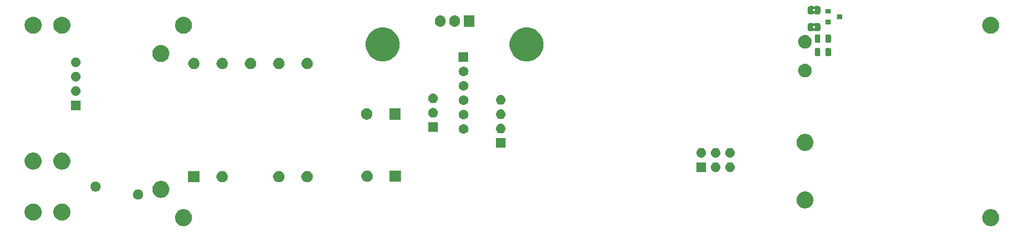
<source format=gbs>
G04 #@! TF.GenerationSoftware,KiCad,Pcbnew,5.0.2-bee76a0~70~ubuntu18.04.1*
G04 #@! TF.CreationDate,2019-01-24T05:23:48+01:00*
G04 #@! TF.ProjectId,radiador,72616469-6164-46f7-922e-6b696361645f,rev?*
G04 #@! TF.SameCoordinates,Original*
G04 #@! TF.FileFunction,Soldermask,Bot*
G04 #@! TF.FilePolarity,Negative*
%FSLAX46Y46*%
G04 Gerber Fmt 4.6, Leading zero omitted, Abs format (unit mm)*
G04 Created by KiCad (PCBNEW 5.0.2-bee76a0~70~ubuntu18.04.1) date jue 24 ene 2019 05:23:48 CET*
%MOMM*%
%LPD*%
G01*
G04 APERTURE LIST*
%ADD10C,0.100000*%
G04 APERTURE END LIST*
D10*
G36*
X196840935Y-56538429D02*
X196937534Y-56557644D01*
X197210517Y-56670717D01*
X197452920Y-56832687D01*
X197456197Y-56834876D01*
X197665124Y-57043803D01*
X197665126Y-57043806D01*
X197829283Y-57289483D01*
X197942356Y-57562466D01*
X198000000Y-57852263D01*
X198000000Y-58147737D01*
X197942356Y-58437534D01*
X197916482Y-58500000D01*
X197829284Y-58710515D01*
X197665124Y-58956197D01*
X197456197Y-59165124D01*
X197456194Y-59165126D01*
X197210517Y-59329283D01*
X196937534Y-59442356D01*
X196840935Y-59461571D01*
X196647739Y-59500000D01*
X196352261Y-59500000D01*
X196159065Y-59461571D01*
X196062466Y-59442356D01*
X195789483Y-59329283D01*
X195543806Y-59165126D01*
X195543803Y-59165124D01*
X195334876Y-58956197D01*
X195170716Y-58710515D01*
X195083518Y-58500000D01*
X195057644Y-58437534D01*
X195000000Y-58147737D01*
X195000000Y-57852263D01*
X195057644Y-57562466D01*
X195170717Y-57289483D01*
X195334874Y-57043806D01*
X195334876Y-57043803D01*
X195543803Y-56834876D01*
X195547080Y-56832687D01*
X195789483Y-56670717D01*
X196062466Y-56557644D01*
X196159065Y-56538429D01*
X196352261Y-56500000D01*
X196647739Y-56500000D01*
X196840935Y-56538429D01*
X196840935Y-56538429D01*
G37*
G36*
X54340935Y-56538429D02*
X54437534Y-56557644D01*
X54710517Y-56670717D01*
X54952920Y-56832687D01*
X54956197Y-56834876D01*
X55165124Y-57043803D01*
X55165126Y-57043806D01*
X55329283Y-57289483D01*
X55442356Y-57562466D01*
X55500000Y-57852263D01*
X55500000Y-58147737D01*
X55442356Y-58437534D01*
X55416482Y-58500000D01*
X55329284Y-58710515D01*
X55165124Y-58956197D01*
X54956197Y-59165124D01*
X54956194Y-59165126D01*
X54710517Y-59329283D01*
X54437534Y-59442356D01*
X54340935Y-59461571D01*
X54147739Y-59500000D01*
X53852261Y-59500000D01*
X53659065Y-59461571D01*
X53562466Y-59442356D01*
X53289483Y-59329283D01*
X53043806Y-59165126D01*
X53043803Y-59165124D01*
X52834876Y-58956197D01*
X52670716Y-58710515D01*
X52583518Y-58500000D01*
X52557644Y-58437534D01*
X52500000Y-58147737D01*
X52500000Y-57852263D01*
X52557644Y-57562466D01*
X52670717Y-57289483D01*
X52834874Y-57043806D01*
X52834876Y-57043803D01*
X53043803Y-56834876D01*
X53047080Y-56832687D01*
X53289483Y-56670717D01*
X53562466Y-56557644D01*
X53659065Y-56538429D01*
X53852261Y-56500000D01*
X54147739Y-56500000D01*
X54340935Y-56538429D01*
X54340935Y-56538429D01*
G37*
G36*
X27800935Y-55538429D02*
X27897534Y-55557644D01*
X28170517Y-55670717D01*
X28394224Y-55820194D01*
X28416197Y-55834876D01*
X28625124Y-56043803D01*
X28625126Y-56043806D01*
X28789283Y-56289483D01*
X28902356Y-56562466D01*
X28960000Y-56852263D01*
X28960000Y-57147737D01*
X28902356Y-57437534D01*
X28850607Y-57562467D01*
X28789284Y-57710515D01*
X28625124Y-57956197D01*
X28416197Y-58165124D01*
X28416194Y-58165126D01*
X28170517Y-58329283D01*
X27897534Y-58442356D01*
X27800935Y-58461571D01*
X27607739Y-58500000D01*
X27312261Y-58500000D01*
X27119065Y-58461571D01*
X27022466Y-58442356D01*
X26749483Y-58329283D01*
X26503806Y-58165126D01*
X26503803Y-58165124D01*
X26294876Y-57956197D01*
X26130716Y-57710515D01*
X26069393Y-57562467D01*
X26017644Y-57437534D01*
X25960000Y-57147737D01*
X25960000Y-56852263D01*
X26017644Y-56562466D01*
X26130717Y-56289483D01*
X26294874Y-56043806D01*
X26294876Y-56043803D01*
X26503803Y-55834876D01*
X26525776Y-55820194D01*
X26749483Y-55670717D01*
X27022466Y-55557644D01*
X27119065Y-55538429D01*
X27312261Y-55500000D01*
X27607739Y-55500000D01*
X27800935Y-55538429D01*
X27800935Y-55538429D01*
G37*
G36*
X32880935Y-55538429D02*
X32977534Y-55557644D01*
X33250517Y-55670717D01*
X33474224Y-55820194D01*
X33496197Y-55834876D01*
X33705124Y-56043803D01*
X33705126Y-56043806D01*
X33869283Y-56289483D01*
X33982356Y-56562466D01*
X34040000Y-56852263D01*
X34040000Y-57147737D01*
X33982356Y-57437534D01*
X33930607Y-57562467D01*
X33869284Y-57710515D01*
X33705124Y-57956197D01*
X33496197Y-58165124D01*
X33496194Y-58165126D01*
X33250517Y-58329283D01*
X32977534Y-58442356D01*
X32880935Y-58461571D01*
X32687739Y-58500000D01*
X32392261Y-58500000D01*
X32199065Y-58461571D01*
X32102466Y-58442356D01*
X31829483Y-58329283D01*
X31583806Y-58165126D01*
X31583803Y-58165124D01*
X31374876Y-57956197D01*
X31210716Y-57710515D01*
X31149393Y-57562467D01*
X31097644Y-57437534D01*
X31040000Y-57147737D01*
X31040000Y-56852263D01*
X31097644Y-56562466D01*
X31210717Y-56289483D01*
X31374874Y-56043806D01*
X31374876Y-56043803D01*
X31583803Y-55834876D01*
X31605776Y-55820194D01*
X31829483Y-55670717D01*
X32102466Y-55557644D01*
X32199065Y-55538429D01*
X32392261Y-55500000D01*
X32687739Y-55500000D01*
X32880935Y-55538429D01*
X32880935Y-55538429D01*
G37*
G36*
X164025689Y-53398800D02*
X164140534Y-53421644D01*
X164413517Y-53534717D01*
X164565514Y-53636279D01*
X164659197Y-53698876D01*
X164868124Y-53907803D01*
X164868126Y-53907806D01*
X165032283Y-54153483D01*
X165105102Y-54329283D01*
X165145356Y-54426467D01*
X165199044Y-54696371D01*
X165203000Y-54716263D01*
X165203000Y-55011737D01*
X165145356Y-55301534D01*
X165032283Y-55574517D01*
X164968004Y-55670717D01*
X164868124Y-55820197D01*
X164659197Y-56029124D01*
X164659194Y-56029126D01*
X164413517Y-56193283D01*
X164140534Y-56306356D01*
X164043935Y-56325571D01*
X163850739Y-56364000D01*
X163555261Y-56364000D01*
X163362065Y-56325571D01*
X163265466Y-56306356D01*
X162992483Y-56193283D01*
X162746806Y-56029126D01*
X162746803Y-56029124D01*
X162537876Y-55820197D01*
X162437996Y-55670717D01*
X162373717Y-55574517D01*
X162260644Y-55301534D01*
X162203000Y-55011737D01*
X162203000Y-54716263D01*
X162206957Y-54696371D01*
X162260644Y-54426467D01*
X162300899Y-54329283D01*
X162373717Y-54153483D01*
X162537874Y-53907806D01*
X162537876Y-53907803D01*
X162746803Y-53698876D01*
X162840486Y-53636279D01*
X162992483Y-53534717D01*
X163265466Y-53421644D01*
X163380311Y-53398800D01*
X163555261Y-53364000D01*
X163850739Y-53364000D01*
X164025689Y-53398800D01*
X164025689Y-53398800D01*
G37*
G36*
X46236521Y-53033386D02*
X46400309Y-53101229D01*
X46547720Y-53199726D01*
X46673074Y-53325080D01*
X46771571Y-53472491D01*
X46839414Y-53636279D01*
X46874000Y-53810156D01*
X46874000Y-53987444D01*
X46839414Y-54161321D01*
X46771571Y-54325109D01*
X46673074Y-54472520D01*
X46547720Y-54597874D01*
X46400309Y-54696371D01*
X46236521Y-54764214D01*
X46062644Y-54798800D01*
X45885356Y-54798800D01*
X45711479Y-54764214D01*
X45547691Y-54696371D01*
X45400280Y-54597874D01*
X45274926Y-54472520D01*
X45176429Y-54325109D01*
X45108586Y-54161321D01*
X45074000Y-53987444D01*
X45074000Y-53810156D01*
X45108586Y-53636279D01*
X45176429Y-53472491D01*
X45274926Y-53325080D01*
X45400280Y-53199726D01*
X45547691Y-53101229D01*
X45711479Y-53033386D01*
X45885356Y-52998800D01*
X46062644Y-52998800D01*
X46236521Y-53033386D01*
X46236521Y-53033386D01*
G37*
G36*
X50340935Y-51538429D02*
X50437534Y-51557644D01*
X50561931Y-51609171D01*
X50654708Y-51647600D01*
X50710517Y-51670717D01*
X50952920Y-51832687D01*
X50956197Y-51834876D01*
X51165124Y-52043803D01*
X51165126Y-52043806D01*
X51293734Y-52236280D01*
X51329284Y-52289485D01*
X51442356Y-52562467D01*
X51481911Y-52761320D01*
X51500000Y-52852263D01*
X51500000Y-53147737D01*
X51442356Y-53437534D01*
X51329283Y-53710517D01*
X51197460Y-53907803D01*
X51165124Y-53956197D01*
X50956197Y-54165124D01*
X50956194Y-54165126D01*
X50710517Y-54329283D01*
X50437534Y-54442356D01*
X50340935Y-54461571D01*
X50147739Y-54500000D01*
X49852261Y-54500000D01*
X49659065Y-54461571D01*
X49562466Y-54442356D01*
X49289483Y-54329283D01*
X49043806Y-54165126D01*
X49043803Y-54165124D01*
X48834876Y-53956197D01*
X48802540Y-53907803D01*
X48670717Y-53710517D01*
X48557644Y-53437534D01*
X48500000Y-53147737D01*
X48500000Y-52852263D01*
X48518090Y-52761320D01*
X48557644Y-52562467D01*
X48670716Y-52289485D01*
X48706267Y-52236280D01*
X48834874Y-52043806D01*
X48834876Y-52043803D01*
X49043803Y-51834876D01*
X49047080Y-51832687D01*
X49289483Y-51670717D01*
X49345293Y-51647600D01*
X49438069Y-51609171D01*
X49562466Y-51557644D01*
X49659065Y-51538429D01*
X49852261Y-51500000D01*
X50147739Y-51500000D01*
X50340935Y-51538429D01*
X50340935Y-51538429D01*
G37*
G36*
X38736521Y-51633386D02*
X38900309Y-51701229D01*
X39047720Y-51799726D01*
X39173074Y-51925080D01*
X39271571Y-52072491D01*
X39339414Y-52236279D01*
X39374000Y-52410156D01*
X39374000Y-52587444D01*
X39339414Y-52761321D01*
X39271571Y-52925109D01*
X39173074Y-53072520D01*
X39047720Y-53197874D01*
X38900309Y-53296371D01*
X38736521Y-53364214D01*
X38562644Y-53398800D01*
X38385356Y-53398800D01*
X38211479Y-53364214D01*
X38047691Y-53296371D01*
X37900280Y-53197874D01*
X37774926Y-53072520D01*
X37676429Y-52925109D01*
X37608586Y-52761321D01*
X37574000Y-52587444D01*
X37574000Y-52410156D01*
X37608586Y-52236279D01*
X37676429Y-52072491D01*
X37774926Y-51925080D01*
X37900280Y-51799726D01*
X38047691Y-51701229D01*
X38211479Y-51633386D01*
X38385356Y-51598800D01*
X38562644Y-51598800D01*
X38736521Y-51633386D01*
X38736521Y-51633386D01*
G37*
G36*
X60992270Y-49751872D02*
X61108189Y-49774929D01*
X61290178Y-49850311D01*
X61453963Y-49959749D01*
X61593251Y-50099037D01*
X61702689Y-50262822D01*
X61778071Y-50444811D01*
X61816500Y-50638009D01*
X61816500Y-50834991D01*
X61778071Y-51028189D01*
X61702689Y-51210178D01*
X61593251Y-51373963D01*
X61453963Y-51513251D01*
X61290178Y-51622689D01*
X61108189Y-51698071D01*
X60992270Y-51721128D01*
X60914993Y-51736500D01*
X60718007Y-51736500D01*
X60640730Y-51721128D01*
X60524811Y-51698071D01*
X60342822Y-51622689D01*
X60179037Y-51513251D01*
X60039749Y-51373963D01*
X59930311Y-51210178D01*
X59854929Y-51028189D01*
X59816500Y-50834991D01*
X59816500Y-50638009D01*
X59854929Y-50444811D01*
X59930311Y-50262822D01*
X60039749Y-50099037D01*
X60179037Y-49959749D01*
X60342822Y-49850311D01*
X60524811Y-49774929D01*
X60640730Y-49751872D01*
X60718007Y-49736500D01*
X60914993Y-49736500D01*
X60992270Y-49751872D01*
X60992270Y-49751872D01*
G37*
G36*
X56816500Y-51736500D02*
X54816500Y-51736500D01*
X54816500Y-49736500D01*
X56816500Y-49736500D01*
X56816500Y-51736500D01*
X56816500Y-51736500D01*
G37*
G36*
X70992270Y-49751872D02*
X71108189Y-49774929D01*
X71290178Y-49850311D01*
X71453963Y-49959749D01*
X71593251Y-50099037D01*
X71702689Y-50262822D01*
X71778071Y-50444811D01*
X71816500Y-50638009D01*
X71816500Y-50834991D01*
X71778071Y-51028189D01*
X71702689Y-51210178D01*
X71593251Y-51373963D01*
X71453963Y-51513251D01*
X71290178Y-51622689D01*
X71108189Y-51698071D01*
X70992270Y-51721128D01*
X70914993Y-51736500D01*
X70718007Y-51736500D01*
X70640730Y-51721128D01*
X70524811Y-51698071D01*
X70342822Y-51622689D01*
X70179037Y-51513251D01*
X70039749Y-51373963D01*
X69930311Y-51210178D01*
X69854929Y-51028189D01*
X69816500Y-50834991D01*
X69816500Y-50638009D01*
X69854929Y-50444811D01*
X69930311Y-50262822D01*
X70039749Y-50099037D01*
X70179037Y-49959749D01*
X70342822Y-49850311D01*
X70524811Y-49774929D01*
X70640730Y-49751872D01*
X70718007Y-49736500D01*
X70914993Y-49736500D01*
X70992270Y-49751872D01*
X70992270Y-49751872D01*
G37*
G36*
X75992270Y-49751872D02*
X76108189Y-49774929D01*
X76290178Y-49850311D01*
X76453963Y-49959749D01*
X76593251Y-50099037D01*
X76702689Y-50262822D01*
X76778071Y-50444811D01*
X76816500Y-50638009D01*
X76816500Y-50834991D01*
X76778071Y-51028189D01*
X76702689Y-51210178D01*
X76593251Y-51373963D01*
X76453963Y-51513251D01*
X76290178Y-51622689D01*
X76108189Y-51698071D01*
X75992270Y-51721128D01*
X75914993Y-51736500D01*
X75718007Y-51736500D01*
X75640730Y-51721128D01*
X75524811Y-51698071D01*
X75342822Y-51622689D01*
X75179037Y-51513251D01*
X75039749Y-51373963D01*
X74930311Y-51210178D01*
X74854929Y-51028189D01*
X74816500Y-50834991D01*
X74816500Y-50638009D01*
X74854929Y-50444811D01*
X74930311Y-50262822D01*
X75039749Y-50099037D01*
X75179037Y-49959749D01*
X75342822Y-49850311D01*
X75524811Y-49774929D01*
X75640730Y-49751872D01*
X75718007Y-49736500D01*
X75914993Y-49736500D01*
X75992270Y-49751872D01*
X75992270Y-49751872D01*
G37*
G36*
X92389200Y-51647600D02*
X90389200Y-51647600D01*
X90389200Y-49647600D01*
X92389200Y-49647600D01*
X92389200Y-51647600D01*
X92389200Y-51647600D01*
G37*
G36*
X86564970Y-49662972D02*
X86680889Y-49686029D01*
X86862878Y-49761411D01*
X87026663Y-49870849D01*
X87165951Y-50010137D01*
X87275389Y-50173922D01*
X87350771Y-50355911D01*
X87389200Y-50549109D01*
X87389200Y-50746091D01*
X87350771Y-50939289D01*
X87275389Y-51121278D01*
X87165951Y-51285063D01*
X87026663Y-51424351D01*
X86862878Y-51533789D01*
X86680889Y-51609171D01*
X86564970Y-51632228D01*
X86487693Y-51647600D01*
X86290707Y-51647600D01*
X86213430Y-51632228D01*
X86097511Y-51609171D01*
X85915522Y-51533789D01*
X85751737Y-51424351D01*
X85612449Y-51285063D01*
X85503011Y-51121278D01*
X85427629Y-50939289D01*
X85389200Y-50746091D01*
X85389200Y-50549109D01*
X85427629Y-50355911D01*
X85503011Y-50173922D01*
X85612449Y-50010137D01*
X85751737Y-49870849D01*
X85915522Y-49761411D01*
X86097511Y-49686029D01*
X86213430Y-49662972D01*
X86290707Y-49647600D01*
X86487693Y-49647600D01*
X86564970Y-49662972D01*
X86564970Y-49662972D01*
G37*
G36*
X150636230Y-48235099D02*
X150796455Y-48283703D01*
X150944120Y-48362631D01*
X151073549Y-48468851D01*
X151179769Y-48598280D01*
X151258697Y-48745945D01*
X151307301Y-48906170D01*
X151323712Y-49072800D01*
X151307301Y-49239430D01*
X151258697Y-49399655D01*
X151179769Y-49547320D01*
X151073549Y-49676749D01*
X150944120Y-49782969D01*
X150796455Y-49861897D01*
X150636230Y-49910501D01*
X150511352Y-49922800D01*
X150427848Y-49922800D01*
X150302970Y-49910501D01*
X150142745Y-49861897D01*
X149995080Y-49782969D01*
X149865651Y-49676749D01*
X149759431Y-49547320D01*
X149680503Y-49399655D01*
X149631899Y-49239430D01*
X149615488Y-49072800D01*
X149631899Y-48906170D01*
X149680503Y-48745945D01*
X149759431Y-48598280D01*
X149865651Y-48468851D01*
X149995080Y-48362631D01*
X150142745Y-48283703D01*
X150302970Y-48235099D01*
X150427848Y-48222800D01*
X150511352Y-48222800D01*
X150636230Y-48235099D01*
X150636230Y-48235099D01*
G37*
G36*
X148096230Y-48235099D02*
X148256455Y-48283703D01*
X148404120Y-48362631D01*
X148533549Y-48468851D01*
X148639769Y-48598280D01*
X148718697Y-48745945D01*
X148767301Y-48906170D01*
X148783712Y-49072800D01*
X148767301Y-49239430D01*
X148718697Y-49399655D01*
X148639769Y-49547320D01*
X148533549Y-49676749D01*
X148404120Y-49782969D01*
X148256455Y-49861897D01*
X148096230Y-49910501D01*
X147971352Y-49922800D01*
X147887848Y-49922800D01*
X147762970Y-49910501D01*
X147602745Y-49861897D01*
X147455080Y-49782969D01*
X147325651Y-49676749D01*
X147219431Y-49547320D01*
X147140503Y-49399655D01*
X147091899Y-49239430D01*
X147075488Y-49072800D01*
X147091899Y-48906170D01*
X147140503Y-48745945D01*
X147219431Y-48598280D01*
X147325651Y-48468851D01*
X147455080Y-48362631D01*
X147602745Y-48283703D01*
X147762970Y-48235099D01*
X147887848Y-48222800D01*
X147971352Y-48222800D01*
X148096230Y-48235099D01*
X148096230Y-48235099D01*
G37*
G36*
X146239600Y-49922800D02*
X144539600Y-49922800D01*
X144539600Y-48222800D01*
X146239600Y-48222800D01*
X146239600Y-49922800D01*
X146239600Y-49922800D01*
G37*
G36*
X32880935Y-46538429D02*
X32977534Y-46557644D01*
X33250517Y-46670717D01*
X33492920Y-46832687D01*
X33496197Y-46834876D01*
X33705124Y-47043803D01*
X33705126Y-47043806D01*
X33838203Y-47242968D01*
X33869284Y-47289485D01*
X33982356Y-47562467D01*
X34040000Y-47852261D01*
X34040000Y-48147739D01*
X34012955Y-48283703D01*
X33982356Y-48437534D01*
X33869283Y-48710517D01*
X33738551Y-48906170D01*
X33705124Y-48956197D01*
X33496197Y-49165124D01*
X33496194Y-49165126D01*
X33250517Y-49329283D01*
X32977534Y-49442356D01*
X32880935Y-49461571D01*
X32687739Y-49500000D01*
X32392261Y-49500000D01*
X32199065Y-49461571D01*
X32102466Y-49442356D01*
X31829483Y-49329283D01*
X31583806Y-49165126D01*
X31583803Y-49165124D01*
X31374876Y-48956197D01*
X31341449Y-48906170D01*
X31210717Y-48710517D01*
X31097644Y-48437534D01*
X31067045Y-48283703D01*
X31040000Y-48147739D01*
X31040000Y-47852261D01*
X31097644Y-47562467D01*
X31210716Y-47289485D01*
X31241798Y-47242968D01*
X31374874Y-47043806D01*
X31374876Y-47043803D01*
X31583803Y-46834876D01*
X31587080Y-46832687D01*
X31829483Y-46670717D01*
X32102466Y-46557644D01*
X32199065Y-46538429D01*
X32392261Y-46500000D01*
X32687739Y-46500000D01*
X32880935Y-46538429D01*
X32880935Y-46538429D01*
G37*
G36*
X27800935Y-46538429D02*
X27897534Y-46557644D01*
X28170517Y-46670717D01*
X28412920Y-46832687D01*
X28416197Y-46834876D01*
X28625124Y-47043803D01*
X28625126Y-47043806D01*
X28758203Y-47242968D01*
X28789284Y-47289485D01*
X28902356Y-47562467D01*
X28960000Y-47852261D01*
X28960000Y-48147739D01*
X28932955Y-48283703D01*
X28902356Y-48437534D01*
X28789283Y-48710517D01*
X28658551Y-48906170D01*
X28625124Y-48956197D01*
X28416197Y-49165124D01*
X28416194Y-49165126D01*
X28170517Y-49329283D01*
X27897534Y-49442356D01*
X27800935Y-49461571D01*
X27607739Y-49500000D01*
X27312261Y-49500000D01*
X27119065Y-49461571D01*
X27022466Y-49442356D01*
X26749483Y-49329283D01*
X26503806Y-49165126D01*
X26503803Y-49165124D01*
X26294876Y-48956197D01*
X26261449Y-48906170D01*
X26130717Y-48710517D01*
X26017644Y-48437534D01*
X25987045Y-48283703D01*
X25960000Y-48147739D01*
X25960000Y-47852261D01*
X26017644Y-47562467D01*
X26130716Y-47289485D01*
X26161798Y-47242968D01*
X26294874Y-47043806D01*
X26294876Y-47043803D01*
X26503803Y-46834876D01*
X26507080Y-46832687D01*
X26749483Y-46670717D01*
X27022466Y-46557644D01*
X27119065Y-46538429D01*
X27312261Y-46500000D01*
X27607739Y-46500000D01*
X27800935Y-46538429D01*
X27800935Y-46538429D01*
G37*
G36*
X145556230Y-45695099D02*
X145716455Y-45743703D01*
X145864120Y-45822631D01*
X145993549Y-45928851D01*
X146099769Y-46058280D01*
X146178697Y-46205945D01*
X146227301Y-46366170D01*
X146243712Y-46532800D01*
X146227301Y-46699430D01*
X146178697Y-46859655D01*
X146099769Y-47007320D01*
X145993549Y-47136749D01*
X145864120Y-47242969D01*
X145716455Y-47321897D01*
X145556230Y-47370501D01*
X145431352Y-47382800D01*
X145347848Y-47382800D01*
X145222970Y-47370501D01*
X145062745Y-47321897D01*
X144915080Y-47242969D01*
X144785651Y-47136749D01*
X144679431Y-47007320D01*
X144600503Y-46859655D01*
X144551899Y-46699430D01*
X144535488Y-46532800D01*
X144551899Y-46366170D01*
X144600503Y-46205945D01*
X144679431Y-46058280D01*
X144785651Y-45928851D01*
X144915080Y-45822631D01*
X145062745Y-45743703D01*
X145222970Y-45695099D01*
X145347848Y-45682800D01*
X145431352Y-45682800D01*
X145556230Y-45695099D01*
X145556230Y-45695099D01*
G37*
G36*
X148096230Y-45695099D02*
X148256455Y-45743703D01*
X148404120Y-45822631D01*
X148533549Y-45928851D01*
X148639769Y-46058280D01*
X148718697Y-46205945D01*
X148767301Y-46366170D01*
X148783712Y-46532800D01*
X148767301Y-46699430D01*
X148718697Y-46859655D01*
X148639769Y-47007320D01*
X148533549Y-47136749D01*
X148404120Y-47242969D01*
X148256455Y-47321897D01*
X148096230Y-47370501D01*
X147971352Y-47382800D01*
X147887848Y-47382800D01*
X147762970Y-47370501D01*
X147602745Y-47321897D01*
X147455080Y-47242969D01*
X147325651Y-47136749D01*
X147219431Y-47007320D01*
X147140503Y-46859655D01*
X147091899Y-46699430D01*
X147075488Y-46532800D01*
X147091899Y-46366170D01*
X147140503Y-46205945D01*
X147219431Y-46058280D01*
X147325651Y-45928851D01*
X147455080Y-45822631D01*
X147602745Y-45743703D01*
X147762970Y-45695099D01*
X147887848Y-45682800D01*
X147971352Y-45682800D01*
X148096230Y-45695099D01*
X148096230Y-45695099D01*
G37*
G36*
X150636230Y-45695099D02*
X150796455Y-45743703D01*
X150944120Y-45822631D01*
X151073549Y-45928851D01*
X151179769Y-46058280D01*
X151258697Y-46205945D01*
X151307301Y-46366170D01*
X151323712Y-46532800D01*
X151307301Y-46699430D01*
X151258697Y-46859655D01*
X151179769Y-47007320D01*
X151073549Y-47136749D01*
X150944120Y-47242969D01*
X150796455Y-47321897D01*
X150636230Y-47370501D01*
X150511352Y-47382800D01*
X150427848Y-47382800D01*
X150302970Y-47370501D01*
X150142745Y-47321897D01*
X149995080Y-47242969D01*
X149865651Y-47136749D01*
X149759431Y-47007320D01*
X149680503Y-46859655D01*
X149631899Y-46699430D01*
X149615488Y-46532800D01*
X149631899Y-46366170D01*
X149680503Y-46205945D01*
X149759431Y-46058280D01*
X149865651Y-45928851D01*
X149995080Y-45822631D01*
X150142745Y-45743703D01*
X150302970Y-45695099D01*
X150427848Y-45682800D01*
X150511352Y-45682800D01*
X150636230Y-45695099D01*
X150636230Y-45695099D01*
G37*
G36*
X164043935Y-43242429D02*
X164140534Y-43261644D01*
X164413517Y-43374717D01*
X164655920Y-43536687D01*
X164659197Y-43538876D01*
X164868124Y-43747803D01*
X165032284Y-43993485D01*
X165145356Y-44266467D01*
X165203000Y-44556261D01*
X165203000Y-44851739D01*
X165145356Y-45141533D01*
X165032284Y-45414515D01*
X164868124Y-45660197D01*
X164659197Y-45869124D01*
X164659194Y-45869126D01*
X164413517Y-46033283D01*
X164140534Y-46146356D01*
X164043935Y-46165571D01*
X163850739Y-46204000D01*
X163555261Y-46204000D01*
X163362065Y-46165571D01*
X163265466Y-46146356D01*
X162992483Y-46033283D01*
X162746806Y-45869126D01*
X162746803Y-45869124D01*
X162537876Y-45660197D01*
X162373716Y-45414515D01*
X162260644Y-45141533D01*
X162203000Y-44851739D01*
X162203000Y-44556261D01*
X162260644Y-44266467D01*
X162373716Y-43993485D01*
X162537876Y-43747803D01*
X162746803Y-43538876D01*
X162750080Y-43536687D01*
X162992483Y-43374717D01*
X163265466Y-43261644D01*
X163362065Y-43242429D01*
X163555261Y-43204000D01*
X163850739Y-43204000D01*
X164043935Y-43242429D01*
X164043935Y-43242429D01*
G37*
G36*
X110850000Y-45660000D02*
X109150000Y-45660000D01*
X109150000Y-43960000D01*
X110850000Y-43960000D01*
X110850000Y-45660000D01*
X110850000Y-45660000D01*
G37*
G36*
X103595430Y-41478699D02*
X103755655Y-41527303D01*
X103903320Y-41606231D01*
X104032749Y-41712451D01*
X104138969Y-41841880D01*
X104217897Y-41989545D01*
X104266501Y-42149770D01*
X104282912Y-42316400D01*
X104266501Y-42483030D01*
X104217897Y-42643255D01*
X104138969Y-42790920D01*
X104032749Y-42920349D01*
X103903320Y-43026569D01*
X103755655Y-43105497D01*
X103595430Y-43154101D01*
X103470552Y-43166400D01*
X103387048Y-43166400D01*
X103262170Y-43154101D01*
X103101945Y-43105497D01*
X102954280Y-43026569D01*
X102824851Y-42920349D01*
X102718631Y-42790920D01*
X102639703Y-42643255D01*
X102591099Y-42483030D01*
X102574688Y-42316400D01*
X102591099Y-42149770D01*
X102639703Y-41989545D01*
X102718631Y-41841880D01*
X102824851Y-41712451D01*
X102954280Y-41606231D01*
X103101945Y-41527303D01*
X103262170Y-41478699D01*
X103387048Y-41466400D01*
X103470552Y-41466400D01*
X103595430Y-41478699D01*
X103595430Y-41478699D01*
G37*
G36*
X110166630Y-41432299D02*
X110326855Y-41480903D01*
X110474520Y-41559831D01*
X110603949Y-41666051D01*
X110710169Y-41795480D01*
X110789097Y-41943145D01*
X110837701Y-42103370D01*
X110854112Y-42270000D01*
X110837701Y-42436630D01*
X110789097Y-42596855D01*
X110710169Y-42744520D01*
X110603949Y-42873949D01*
X110474520Y-42980169D01*
X110326855Y-43059097D01*
X110166630Y-43107701D01*
X110041752Y-43120000D01*
X109958248Y-43120000D01*
X109833370Y-43107701D01*
X109673145Y-43059097D01*
X109525480Y-42980169D01*
X109396051Y-42873949D01*
X109289831Y-42744520D01*
X109210903Y-42596855D01*
X109162299Y-42436630D01*
X109145888Y-42270000D01*
X109162299Y-42103370D01*
X109210903Y-41943145D01*
X109289831Y-41795480D01*
X109396051Y-41666051D01*
X109525480Y-41559831D01*
X109673145Y-41480903D01*
X109833370Y-41432299D01*
X109958248Y-41420000D01*
X110041752Y-41420000D01*
X110166630Y-41432299D01*
X110166630Y-41432299D01*
G37*
G36*
X98894000Y-42861600D02*
X97194000Y-42861600D01*
X97194000Y-41161600D01*
X98894000Y-41161600D01*
X98894000Y-42861600D01*
X98894000Y-42861600D01*
G37*
G36*
X92338400Y-40674800D02*
X90338400Y-40674800D01*
X90338400Y-38674800D01*
X92338400Y-38674800D01*
X92338400Y-40674800D01*
X92338400Y-40674800D01*
G37*
G36*
X86514170Y-38690172D02*
X86630089Y-38713229D01*
X86812078Y-38788611D01*
X86975863Y-38898049D01*
X87115151Y-39037337D01*
X87224589Y-39201122D01*
X87299971Y-39383111D01*
X87313185Y-39449545D01*
X87335827Y-39563370D01*
X87338400Y-39576309D01*
X87338400Y-39773291D01*
X87299971Y-39966489D01*
X87224589Y-40148478D01*
X87115151Y-40312263D01*
X86975863Y-40451551D01*
X86812078Y-40560989D01*
X86630089Y-40636371D01*
X86514170Y-40659428D01*
X86436893Y-40674800D01*
X86239907Y-40674800D01*
X86162630Y-40659428D01*
X86046711Y-40636371D01*
X85864722Y-40560989D01*
X85700937Y-40451551D01*
X85561649Y-40312263D01*
X85452211Y-40148478D01*
X85376829Y-39966489D01*
X85338400Y-39773291D01*
X85338400Y-39576309D01*
X85340974Y-39563370D01*
X85363615Y-39449545D01*
X85376829Y-39383111D01*
X85452211Y-39201122D01*
X85561649Y-39037337D01*
X85700937Y-38898049D01*
X85864722Y-38788611D01*
X86046711Y-38713229D01*
X86162630Y-38690172D01*
X86239907Y-38674800D01*
X86436893Y-38674800D01*
X86514170Y-38690172D01*
X86514170Y-38690172D01*
G37*
G36*
X103595430Y-38938699D02*
X103755655Y-38987303D01*
X103903320Y-39066231D01*
X104032749Y-39172451D01*
X104138969Y-39301880D01*
X104217897Y-39449545D01*
X104266501Y-39609770D01*
X104282912Y-39776400D01*
X104266501Y-39943030D01*
X104217897Y-40103255D01*
X104138969Y-40250920D01*
X104032749Y-40380349D01*
X103903320Y-40486569D01*
X103755655Y-40565497D01*
X103595430Y-40614101D01*
X103470552Y-40626400D01*
X103387048Y-40626400D01*
X103262170Y-40614101D01*
X103101945Y-40565497D01*
X102954280Y-40486569D01*
X102824851Y-40380349D01*
X102718631Y-40250920D01*
X102639703Y-40103255D01*
X102591099Y-39943030D01*
X102574688Y-39776400D01*
X102591099Y-39609770D01*
X102639703Y-39449545D01*
X102718631Y-39301880D01*
X102824851Y-39172451D01*
X102954280Y-39066231D01*
X103101945Y-38987303D01*
X103262170Y-38938699D01*
X103387048Y-38926400D01*
X103470552Y-38926400D01*
X103595430Y-38938699D01*
X103595430Y-38938699D01*
G37*
G36*
X110166630Y-38892299D02*
X110326855Y-38940903D01*
X110474520Y-39019831D01*
X110603949Y-39126051D01*
X110710169Y-39255480D01*
X110789097Y-39403145D01*
X110837701Y-39563370D01*
X110854112Y-39730000D01*
X110837701Y-39896630D01*
X110789097Y-40056855D01*
X110710169Y-40204520D01*
X110603949Y-40333949D01*
X110474520Y-40440169D01*
X110326855Y-40519097D01*
X110166630Y-40567701D01*
X110041752Y-40580000D01*
X109958248Y-40580000D01*
X109833370Y-40567701D01*
X109673145Y-40519097D01*
X109525480Y-40440169D01*
X109396051Y-40333949D01*
X109289831Y-40204520D01*
X109210903Y-40056855D01*
X109162299Y-39896630D01*
X109145888Y-39730000D01*
X109162299Y-39563370D01*
X109210903Y-39403145D01*
X109289831Y-39255480D01*
X109396051Y-39126051D01*
X109525480Y-39019831D01*
X109673145Y-38940903D01*
X109833370Y-38892299D01*
X109958248Y-38880000D01*
X110041752Y-38880000D01*
X110166630Y-38892299D01*
X110166630Y-38892299D01*
G37*
G36*
X98210630Y-38633899D02*
X98370855Y-38682503D01*
X98518520Y-38761431D01*
X98647949Y-38867651D01*
X98754169Y-38997080D01*
X98833097Y-39144745D01*
X98881701Y-39304970D01*
X98898112Y-39471600D01*
X98881701Y-39638230D01*
X98833097Y-39798455D01*
X98754169Y-39946120D01*
X98647949Y-40075549D01*
X98518520Y-40181769D01*
X98370855Y-40260697D01*
X98210630Y-40309301D01*
X98085752Y-40321600D01*
X98002248Y-40321600D01*
X97877370Y-40309301D01*
X97717145Y-40260697D01*
X97569480Y-40181769D01*
X97440051Y-40075549D01*
X97333831Y-39946120D01*
X97254903Y-39798455D01*
X97206299Y-39638230D01*
X97189888Y-39471600D01*
X97206299Y-39304970D01*
X97254903Y-39144745D01*
X97333831Y-38997080D01*
X97440051Y-38867651D01*
X97569480Y-38761431D01*
X97717145Y-38682503D01*
X97877370Y-38633899D01*
X98002248Y-38621600D01*
X98085752Y-38621600D01*
X98210630Y-38633899D01*
X98210630Y-38633899D01*
G37*
G36*
X35838500Y-39013500D02*
X34138500Y-39013500D01*
X34138500Y-37313500D01*
X35838500Y-37313500D01*
X35838500Y-39013500D01*
X35838500Y-39013500D01*
G37*
G36*
X103595430Y-36398699D02*
X103755655Y-36447303D01*
X103903320Y-36526231D01*
X104032749Y-36632451D01*
X104138969Y-36761880D01*
X104217897Y-36909545D01*
X104266501Y-37069770D01*
X104282912Y-37236400D01*
X104266501Y-37403030D01*
X104217897Y-37563255D01*
X104138969Y-37710920D01*
X104032749Y-37840349D01*
X103903320Y-37946569D01*
X103755655Y-38025497D01*
X103595430Y-38074101D01*
X103470552Y-38086400D01*
X103387048Y-38086400D01*
X103262170Y-38074101D01*
X103101945Y-38025497D01*
X102954280Y-37946569D01*
X102824851Y-37840349D01*
X102718631Y-37710920D01*
X102639703Y-37563255D01*
X102591099Y-37403030D01*
X102574688Y-37236400D01*
X102591099Y-37069770D01*
X102639703Y-36909545D01*
X102718631Y-36761880D01*
X102824851Y-36632451D01*
X102954280Y-36526231D01*
X103101945Y-36447303D01*
X103262170Y-36398699D01*
X103387048Y-36386400D01*
X103470552Y-36386400D01*
X103595430Y-36398699D01*
X103595430Y-36398699D01*
G37*
G36*
X110166630Y-36352299D02*
X110326855Y-36400903D01*
X110474520Y-36479831D01*
X110603949Y-36586051D01*
X110710169Y-36715480D01*
X110789097Y-36863145D01*
X110837701Y-37023370D01*
X110854112Y-37190000D01*
X110837701Y-37356630D01*
X110789097Y-37516855D01*
X110710169Y-37664520D01*
X110603949Y-37793949D01*
X110474520Y-37900169D01*
X110326855Y-37979097D01*
X110166630Y-38027701D01*
X110041752Y-38040000D01*
X109958248Y-38040000D01*
X109833370Y-38027701D01*
X109673145Y-37979097D01*
X109525480Y-37900169D01*
X109396051Y-37793949D01*
X109289831Y-37664520D01*
X109210903Y-37516855D01*
X109162299Y-37356630D01*
X109145888Y-37190000D01*
X109162299Y-37023370D01*
X109210903Y-36863145D01*
X109289831Y-36715480D01*
X109396051Y-36586051D01*
X109525480Y-36479831D01*
X109673145Y-36400903D01*
X109833370Y-36352299D01*
X109958248Y-36340000D01*
X110041752Y-36340000D01*
X110166630Y-36352299D01*
X110166630Y-36352299D01*
G37*
G36*
X98210630Y-36093899D02*
X98370855Y-36142503D01*
X98518520Y-36221431D01*
X98647949Y-36327651D01*
X98754169Y-36457080D01*
X98833097Y-36604745D01*
X98881701Y-36764970D01*
X98898112Y-36931600D01*
X98881701Y-37098230D01*
X98833097Y-37258455D01*
X98754169Y-37406120D01*
X98647949Y-37535549D01*
X98518520Y-37641769D01*
X98370855Y-37720697D01*
X98210630Y-37769301D01*
X98085752Y-37781600D01*
X98002248Y-37781600D01*
X97877370Y-37769301D01*
X97717145Y-37720697D01*
X97569480Y-37641769D01*
X97440051Y-37535549D01*
X97333831Y-37406120D01*
X97254903Y-37258455D01*
X97206299Y-37098230D01*
X97189888Y-36931600D01*
X97206299Y-36764970D01*
X97254903Y-36604745D01*
X97333831Y-36457080D01*
X97440051Y-36327651D01*
X97569480Y-36221431D01*
X97717145Y-36142503D01*
X97877370Y-36093899D01*
X98002248Y-36081600D01*
X98085752Y-36081600D01*
X98210630Y-36093899D01*
X98210630Y-36093899D01*
G37*
G36*
X35155130Y-34785799D02*
X35315355Y-34834403D01*
X35463020Y-34913331D01*
X35592449Y-35019551D01*
X35698669Y-35148980D01*
X35777597Y-35296645D01*
X35826201Y-35456870D01*
X35842612Y-35623500D01*
X35826201Y-35790130D01*
X35777597Y-35950355D01*
X35698669Y-36098020D01*
X35592449Y-36227449D01*
X35463020Y-36333669D01*
X35315355Y-36412597D01*
X35155130Y-36461201D01*
X35030252Y-36473500D01*
X34946748Y-36473500D01*
X34821870Y-36461201D01*
X34661645Y-36412597D01*
X34513980Y-36333669D01*
X34384551Y-36227449D01*
X34278331Y-36098020D01*
X34199403Y-35950355D01*
X34150799Y-35790130D01*
X34134388Y-35623500D01*
X34150799Y-35456870D01*
X34199403Y-35296645D01*
X34278331Y-35148980D01*
X34384551Y-35019551D01*
X34513980Y-34913331D01*
X34661645Y-34834403D01*
X34821870Y-34785799D01*
X34946748Y-34773500D01*
X35030252Y-34773500D01*
X35155130Y-34785799D01*
X35155130Y-34785799D01*
G37*
G36*
X103595430Y-33858699D02*
X103755655Y-33907303D01*
X103903320Y-33986231D01*
X104032749Y-34092451D01*
X104138969Y-34221880D01*
X104217897Y-34369545D01*
X104266501Y-34529770D01*
X104282912Y-34696400D01*
X104266501Y-34863030D01*
X104217897Y-35023255D01*
X104138969Y-35170920D01*
X104032749Y-35300349D01*
X103903320Y-35406569D01*
X103755655Y-35485497D01*
X103595430Y-35534101D01*
X103470552Y-35546400D01*
X103387048Y-35546400D01*
X103262170Y-35534101D01*
X103101945Y-35485497D01*
X102954280Y-35406569D01*
X102824851Y-35300349D01*
X102718631Y-35170920D01*
X102639703Y-35023255D01*
X102591099Y-34863030D01*
X102574688Y-34696400D01*
X102591099Y-34529770D01*
X102639703Y-34369545D01*
X102718631Y-34221880D01*
X102824851Y-34092451D01*
X102954280Y-33986231D01*
X103101945Y-33907303D01*
X103262170Y-33858699D01*
X103387048Y-33846400D01*
X103470552Y-33846400D01*
X103595430Y-33858699D01*
X103595430Y-33858699D01*
G37*
G36*
X35155130Y-32245799D02*
X35315355Y-32294403D01*
X35463020Y-32373331D01*
X35592449Y-32479551D01*
X35698669Y-32608980D01*
X35777597Y-32756645D01*
X35826201Y-32916870D01*
X35842612Y-33083500D01*
X35826201Y-33250130D01*
X35777597Y-33410355D01*
X35698669Y-33558020D01*
X35592449Y-33687449D01*
X35463020Y-33793669D01*
X35315355Y-33872597D01*
X35155130Y-33921201D01*
X35030252Y-33933500D01*
X34946748Y-33933500D01*
X34821870Y-33921201D01*
X34661645Y-33872597D01*
X34513980Y-33793669D01*
X34384551Y-33687449D01*
X34278331Y-33558020D01*
X34199403Y-33410355D01*
X34150799Y-33250130D01*
X34134388Y-33083500D01*
X34150799Y-32916870D01*
X34199403Y-32756645D01*
X34278331Y-32608980D01*
X34384551Y-32479551D01*
X34513980Y-32373331D01*
X34661645Y-32294403D01*
X34821870Y-32245799D01*
X34946748Y-32233500D01*
X35030252Y-32233500D01*
X35155130Y-32245799D01*
X35155130Y-32245799D01*
G37*
G36*
X164053026Y-30850115D02*
X164271412Y-30940573D01*
X164467958Y-31071901D01*
X164635099Y-31239042D01*
X164766427Y-31435588D01*
X164856885Y-31653974D01*
X164903000Y-31885809D01*
X164903000Y-32122191D01*
X164856885Y-32354026D01*
X164766427Y-32572412D01*
X164635099Y-32768958D01*
X164467958Y-32936099D01*
X164271412Y-33067427D01*
X164053026Y-33157885D01*
X163821191Y-33204000D01*
X163584809Y-33204000D01*
X163352974Y-33157885D01*
X163134588Y-33067427D01*
X162938042Y-32936099D01*
X162770901Y-32768958D01*
X162639573Y-32572412D01*
X162549115Y-32354026D01*
X162503000Y-32122191D01*
X162503000Y-31885809D01*
X162549115Y-31653974D01*
X162639573Y-31435588D01*
X162770901Y-31239042D01*
X162938042Y-31071901D01*
X163134588Y-30940573D01*
X163352974Y-30850115D01*
X163584809Y-30804000D01*
X163821191Y-30804000D01*
X164053026Y-30850115D01*
X164053026Y-30850115D01*
G37*
G36*
X103595430Y-31318699D02*
X103755655Y-31367303D01*
X103903320Y-31446231D01*
X104032749Y-31552451D01*
X104138969Y-31681880D01*
X104217897Y-31829545D01*
X104266501Y-31989770D01*
X104282912Y-32156400D01*
X104266501Y-32323030D01*
X104217897Y-32483255D01*
X104138969Y-32630920D01*
X104032749Y-32760349D01*
X103903320Y-32866569D01*
X103755655Y-32945497D01*
X103595430Y-32994101D01*
X103470552Y-33006400D01*
X103387048Y-33006400D01*
X103262170Y-32994101D01*
X103101945Y-32945497D01*
X102954280Y-32866569D01*
X102824851Y-32760349D01*
X102718631Y-32630920D01*
X102639703Y-32483255D01*
X102591099Y-32323030D01*
X102574688Y-32156400D01*
X102591099Y-31989770D01*
X102639703Y-31829545D01*
X102718631Y-31681880D01*
X102824851Y-31552451D01*
X102954280Y-31446231D01*
X103101945Y-31367303D01*
X103262170Y-31318699D01*
X103387048Y-31306400D01*
X103470552Y-31306400D01*
X103595430Y-31318699D01*
X103595430Y-31318699D01*
G37*
G36*
X60992270Y-29751872D02*
X61108189Y-29774929D01*
X61290178Y-29850311D01*
X61453963Y-29959749D01*
X61593251Y-30099037D01*
X61702689Y-30262822D01*
X61778071Y-30444811D01*
X61797701Y-30543500D01*
X61816500Y-30638007D01*
X61816500Y-30834993D01*
X61809466Y-30870355D01*
X61778071Y-31028189D01*
X61702689Y-31210178D01*
X61593251Y-31373963D01*
X61453963Y-31513251D01*
X61290178Y-31622689D01*
X61108189Y-31698071D01*
X60992270Y-31721128D01*
X60914993Y-31736500D01*
X60718007Y-31736500D01*
X60640730Y-31721128D01*
X60524811Y-31698071D01*
X60342822Y-31622689D01*
X60179037Y-31513251D01*
X60039749Y-31373963D01*
X59930311Y-31210178D01*
X59854929Y-31028189D01*
X59823534Y-30870355D01*
X59816500Y-30834993D01*
X59816500Y-30638007D01*
X59835299Y-30543500D01*
X59854929Y-30444811D01*
X59930311Y-30262822D01*
X60039749Y-30099037D01*
X60179037Y-29959749D01*
X60342822Y-29850311D01*
X60524811Y-29774929D01*
X60640730Y-29751872D01*
X60718007Y-29736500D01*
X60914993Y-29736500D01*
X60992270Y-29751872D01*
X60992270Y-29751872D01*
G37*
G36*
X70992270Y-29751872D02*
X71108189Y-29774929D01*
X71290178Y-29850311D01*
X71453963Y-29959749D01*
X71593251Y-30099037D01*
X71702689Y-30262822D01*
X71778071Y-30444811D01*
X71797701Y-30543500D01*
X71816500Y-30638007D01*
X71816500Y-30834993D01*
X71809466Y-30870355D01*
X71778071Y-31028189D01*
X71702689Y-31210178D01*
X71593251Y-31373963D01*
X71453963Y-31513251D01*
X71290178Y-31622689D01*
X71108189Y-31698071D01*
X70992270Y-31721128D01*
X70914993Y-31736500D01*
X70718007Y-31736500D01*
X70640730Y-31721128D01*
X70524811Y-31698071D01*
X70342822Y-31622689D01*
X70179037Y-31513251D01*
X70039749Y-31373963D01*
X69930311Y-31210178D01*
X69854929Y-31028189D01*
X69823534Y-30870355D01*
X69816500Y-30834993D01*
X69816500Y-30638007D01*
X69835299Y-30543500D01*
X69854929Y-30444811D01*
X69930311Y-30262822D01*
X70039749Y-30099037D01*
X70179037Y-29959749D01*
X70342822Y-29850311D01*
X70524811Y-29774929D01*
X70640730Y-29751872D01*
X70718007Y-29736500D01*
X70914993Y-29736500D01*
X70992270Y-29751872D01*
X70992270Y-29751872D01*
G37*
G36*
X55992270Y-29751872D02*
X56108189Y-29774929D01*
X56290178Y-29850311D01*
X56453963Y-29959749D01*
X56593251Y-30099037D01*
X56702689Y-30262822D01*
X56778071Y-30444811D01*
X56797701Y-30543500D01*
X56816500Y-30638007D01*
X56816500Y-30834993D01*
X56809466Y-30870355D01*
X56778071Y-31028189D01*
X56702689Y-31210178D01*
X56593251Y-31373963D01*
X56453963Y-31513251D01*
X56290178Y-31622689D01*
X56108189Y-31698071D01*
X55992270Y-31721128D01*
X55914993Y-31736500D01*
X55718007Y-31736500D01*
X55640730Y-31721128D01*
X55524811Y-31698071D01*
X55342822Y-31622689D01*
X55179037Y-31513251D01*
X55039749Y-31373963D01*
X54930311Y-31210178D01*
X54854929Y-31028189D01*
X54823534Y-30870355D01*
X54816500Y-30834993D01*
X54816500Y-30638007D01*
X54835299Y-30543500D01*
X54854929Y-30444811D01*
X54930311Y-30262822D01*
X55039749Y-30099037D01*
X55179037Y-29959749D01*
X55342822Y-29850311D01*
X55524811Y-29774929D01*
X55640730Y-29751872D01*
X55718007Y-29736500D01*
X55914993Y-29736500D01*
X55992270Y-29751872D01*
X55992270Y-29751872D01*
G37*
G36*
X65992270Y-29751872D02*
X66108189Y-29774929D01*
X66290178Y-29850311D01*
X66453963Y-29959749D01*
X66593251Y-30099037D01*
X66702689Y-30262822D01*
X66778071Y-30444811D01*
X66797701Y-30543500D01*
X66816500Y-30638007D01*
X66816500Y-30834993D01*
X66809466Y-30870355D01*
X66778071Y-31028189D01*
X66702689Y-31210178D01*
X66593251Y-31373963D01*
X66453963Y-31513251D01*
X66290178Y-31622689D01*
X66108189Y-31698071D01*
X65992270Y-31721128D01*
X65914993Y-31736500D01*
X65718007Y-31736500D01*
X65640730Y-31721128D01*
X65524811Y-31698071D01*
X65342822Y-31622689D01*
X65179037Y-31513251D01*
X65039749Y-31373963D01*
X64930311Y-31210178D01*
X64854929Y-31028189D01*
X64823534Y-30870355D01*
X64816500Y-30834993D01*
X64816500Y-30638007D01*
X64835299Y-30543500D01*
X64854929Y-30444811D01*
X64930311Y-30262822D01*
X65039749Y-30099037D01*
X65179037Y-29959749D01*
X65342822Y-29850311D01*
X65524811Y-29774929D01*
X65640730Y-29751872D01*
X65718007Y-29736500D01*
X65914993Y-29736500D01*
X65992270Y-29751872D01*
X65992270Y-29751872D01*
G37*
G36*
X75992270Y-29751872D02*
X76108189Y-29774929D01*
X76290178Y-29850311D01*
X76453963Y-29959749D01*
X76593251Y-30099037D01*
X76702689Y-30262822D01*
X76778071Y-30444811D01*
X76797701Y-30543500D01*
X76816500Y-30638007D01*
X76816500Y-30834993D01*
X76809466Y-30870355D01*
X76778071Y-31028189D01*
X76702689Y-31210178D01*
X76593251Y-31373963D01*
X76453963Y-31513251D01*
X76290178Y-31622689D01*
X76108189Y-31698071D01*
X75992270Y-31721128D01*
X75914993Y-31736500D01*
X75718007Y-31736500D01*
X75640730Y-31721128D01*
X75524811Y-31698071D01*
X75342822Y-31622689D01*
X75179037Y-31513251D01*
X75039749Y-31373963D01*
X74930311Y-31210178D01*
X74854929Y-31028189D01*
X74823534Y-30870355D01*
X74816500Y-30834993D01*
X74816500Y-30638007D01*
X74835299Y-30543500D01*
X74854929Y-30444811D01*
X74930311Y-30262822D01*
X75039749Y-30099037D01*
X75179037Y-29959749D01*
X75342822Y-29850311D01*
X75524811Y-29774929D01*
X75640730Y-29751872D01*
X75718007Y-29736500D01*
X75914993Y-29736500D01*
X75992270Y-29751872D01*
X75992270Y-29751872D01*
G37*
G36*
X35155130Y-29705799D02*
X35315355Y-29754403D01*
X35463020Y-29833331D01*
X35592449Y-29939551D01*
X35698669Y-30068980D01*
X35777597Y-30216645D01*
X35826201Y-30376870D01*
X35842612Y-30543500D01*
X35826201Y-30710130D01*
X35777597Y-30870355D01*
X35698669Y-31018020D01*
X35592449Y-31147449D01*
X35463020Y-31253669D01*
X35315355Y-31332597D01*
X35155130Y-31381201D01*
X35030252Y-31393500D01*
X34946748Y-31393500D01*
X34821870Y-31381201D01*
X34661645Y-31332597D01*
X34513980Y-31253669D01*
X34384551Y-31147449D01*
X34278331Y-31018020D01*
X34199403Y-30870355D01*
X34150799Y-30710130D01*
X34134388Y-30543500D01*
X34150799Y-30376870D01*
X34199403Y-30216645D01*
X34278331Y-30068980D01*
X34384551Y-29939551D01*
X34513980Y-29833331D01*
X34661645Y-29754403D01*
X34821870Y-29705799D01*
X34946748Y-29693500D01*
X35030252Y-29693500D01*
X35155130Y-29705799D01*
X35155130Y-29705799D01*
G37*
G36*
X50340935Y-27538429D02*
X50437534Y-27557644D01*
X50710517Y-27670717D01*
X50737812Y-27688955D01*
X50956197Y-27834876D01*
X51165124Y-28043803D01*
X51165126Y-28043806D01*
X51329283Y-28289483D01*
X51442356Y-28562466D01*
X51500000Y-28852263D01*
X51500000Y-29147737D01*
X51442356Y-29437534D01*
X51329283Y-29710517D01*
X51299959Y-29754403D01*
X51165124Y-29956197D01*
X50956197Y-30165124D01*
X50956194Y-30165126D01*
X50710517Y-30329283D01*
X50437534Y-30442356D01*
X50340935Y-30461571D01*
X50147739Y-30500000D01*
X49852261Y-30500000D01*
X49659065Y-30461571D01*
X49562466Y-30442356D01*
X49289483Y-30329283D01*
X49043806Y-30165126D01*
X49043803Y-30165124D01*
X48834876Y-29956197D01*
X48700041Y-29754403D01*
X48670717Y-29710517D01*
X48557644Y-29437534D01*
X48500000Y-29147737D01*
X48500000Y-28852263D01*
X48557644Y-28562466D01*
X48670717Y-28289483D01*
X48834874Y-28043806D01*
X48834876Y-28043803D01*
X49043803Y-27834876D01*
X49262188Y-27688955D01*
X49289483Y-27670717D01*
X49562466Y-27557644D01*
X49659065Y-27538429D01*
X49852261Y-27500000D01*
X50147739Y-27500000D01*
X50340935Y-27538429D01*
X50340935Y-27538429D01*
G37*
G36*
X104278800Y-30466400D02*
X102578800Y-30466400D01*
X102578800Y-28766400D01*
X104278800Y-28766400D01*
X104278800Y-30466400D01*
X104278800Y-30466400D01*
G37*
G36*
X89844262Y-24466518D02*
X90037460Y-24504947D01*
X90583425Y-24731093D01*
X91022032Y-25024161D01*
X91074784Y-25059409D01*
X91492642Y-25477267D01*
X91492644Y-25477270D01*
X91820958Y-25968626D01*
X92047104Y-26514591D01*
X92047104Y-26514592D01*
X92162392Y-27094183D01*
X92162392Y-27685135D01*
X92102262Y-27987426D01*
X92047104Y-28264727D01*
X91820958Y-28810692D01*
X91595751Y-29147737D01*
X91492642Y-29302051D01*
X91074784Y-29719909D01*
X91074781Y-29719911D01*
X90583425Y-30048225D01*
X90037460Y-30274371D01*
X89844262Y-30312800D01*
X89457868Y-30389659D01*
X88866916Y-30389659D01*
X88480522Y-30312800D01*
X88287324Y-30274371D01*
X87741359Y-30048225D01*
X87250003Y-29719911D01*
X87250000Y-29719909D01*
X86832142Y-29302051D01*
X86729033Y-29147737D01*
X86503826Y-28810692D01*
X86277680Y-28264727D01*
X86222522Y-27987426D01*
X86162392Y-27685135D01*
X86162392Y-27094183D01*
X86277680Y-26514592D01*
X86277680Y-26514591D01*
X86503826Y-25968626D01*
X86832140Y-25477270D01*
X86832142Y-25477267D01*
X87250000Y-25059409D01*
X87302752Y-25024161D01*
X87741359Y-24731093D01*
X88287324Y-24504947D01*
X88480522Y-24466518D01*
X88866916Y-24389659D01*
X89457868Y-24389659D01*
X89844262Y-24466518D01*
X89844262Y-24466518D01*
G37*
G36*
X115244262Y-24466518D02*
X115437460Y-24504947D01*
X115983425Y-24731093D01*
X116422032Y-25024161D01*
X116474784Y-25059409D01*
X116892642Y-25477267D01*
X116892644Y-25477270D01*
X117220958Y-25968626D01*
X117447104Y-26514591D01*
X117447104Y-26514592D01*
X117562392Y-27094183D01*
X117562392Y-27685135D01*
X117502262Y-27987426D01*
X117447104Y-28264727D01*
X117220958Y-28810692D01*
X116995751Y-29147737D01*
X116892642Y-29302051D01*
X116474784Y-29719909D01*
X116474781Y-29719911D01*
X115983425Y-30048225D01*
X115437460Y-30274371D01*
X115244262Y-30312800D01*
X114857868Y-30389659D01*
X114266916Y-30389659D01*
X113880522Y-30312800D01*
X113687324Y-30274371D01*
X113141359Y-30048225D01*
X112650003Y-29719911D01*
X112650000Y-29719909D01*
X112232142Y-29302051D01*
X112129033Y-29147737D01*
X111903826Y-28810692D01*
X111677680Y-28264727D01*
X111622522Y-27987426D01*
X111562392Y-27685135D01*
X111562392Y-27094183D01*
X111677680Y-26514592D01*
X111677680Y-26514591D01*
X111903826Y-25968626D01*
X112232140Y-25477270D01*
X112232142Y-25477267D01*
X112650000Y-25059409D01*
X112702752Y-25024161D01*
X113141359Y-24731093D01*
X113687324Y-24504947D01*
X113880522Y-24466518D01*
X114266916Y-24389659D01*
X114857868Y-24389659D01*
X115244262Y-24466518D01*
X115244262Y-24466518D01*
G37*
G36*
X168156992Y-28056876D02*
X168190883Y-28067157D01*
X168222111Y-28083848D01*
X168249485Y-28106315D01*
X168271952Y-28133689D01*
X168288643Y-28164917D01*
X168298924Y-28198808D01*
X168303000Y-28240191D01*
X168303000Y-29265409D01*
X168298924Y-29306792D01*
X168288643Y-29340683D01*
X168271952Y-29371911D01*
X168249485Y-29399285D01*
X168222111Y-29421752D01*
X168190883Y-29438443D01*
X168156992Y-29448724D01*
X168115609Y-29452800D01*
X167515391Y-29452800D01*
X167474008Y-29448724D01*
X167440117Y-29438443D01*
X167408889Y-29421752D01*
X167381515Y-29399285D01*
X167359048Y-29371911D01*
X167342357Y-29340683D01*
X167332076Y-29306792D01*
X167328000Y-29265409D01*
X167328000Y-28240191D01*
X167332076Y-28198808D01*
X167342357Y-28164917D01*
X167359048Y-28133689D01*
X167381515Y-28106315D01*
X167408889Y-28083848D01*
X167440117Y-28067157D01*
X167474008Y-28056876D01*
X167515391Y-28052800D01*
X168115609Y-28052800D01*
X168156992Y-28056876D01*
X168156992Y-28056876D01*
G37*
G36*
X166281992Y-28056876D02*
X166315883Y-28067157D01*
X166347111Y-28083848D01*
X166374485Y-28106315D01*
X166396952Y-28133689D01*
X166413643Y-28164917D01*
X166423924Y-28198808D01*
X166428000Y-28240191D01*
X166428000Y-29265409D01*
X166423924Y-29306792D01*
X166413643Y-29340683D01*
X166396952Y-29371911D01*
X166374485Y-29399285D01*
X166347111Y-29421752D01*
X166315883Y-29438443D01*
X166281992Y-29448724D01*
X166240609Y-29452800D01*
X165640391Y-29452800D01*
X165599008Y-29448724D01*
X165565117Y-29438443D01*
X165533889Y-29421752D01*
X165506515Y-29399285D01*
X165484048Y-29371911D01*
X165467357Y-29340683D01*
X165457076Y-29306792D01*
X165453000Y-29265409D01*
X165453000Y-28240191D01*
X165457076Y-28198808D01*
X165467357Y-28164917D01*
X165484048Y-28133689D01*
X165506515Y-28106315D01*
X165533889Y-28083848D01*
X165565117Y-28067157D01*
X165599008Y-28056876D01*
X165640391Y-28052800D01*
X166240609Y-28052800D01*
X166281992Y-28056876D01*
X166281992Y-28056876D01*
G37*
G36*
X164053026Y-25770115D02*
X164271412Y-25860573D01*
X164467958Y-25991901D01*
X164635099Y-26159042D01*
X164766427Y-26355588D01*
X164856885Y-26573974D01*
X164903000Y-26805809D01*
X164903000Y-27042191D01*
X164856885Y-27274026D01*
X164766427Y-27492412D01*
X164635099Y-27688958D01*
X164467958Y-27856099D01*
X164271412Y-27987427D01*
X164053026Y-28077885D01*
X163821191Y-28124000D01*
X163584809Y-28124000D01*
X163352974Y-28077885D01*
X163134588Y-27987427D01*
X162938042Y-27856099D01*
X162770901Y-27688958D01*
X162639573Y-27492412D01*
X162549115Y-27274026D01*
X162503000Y-27042191D01*
X162503000Y-26805809D01*
X162549115Y-26573974D01*
X162639573Y-26355588D01*
X162770901Y-26159042D01*
X162938042Y-25991901D01*
X163134588Y-25860573D01*
X163352974Y-25770115D01*
X163584809Y-25724000D01*
X163821191Y-25724000D01*
X164053026Y-25770115D01*
X164053026Y-25770115D01*
G37*
G36*
X168156992Y-25669276D02*
X168190883Y-25679557D01*
X168222111Y-25696248D01*
X168249485Y-25718715D01*
X168271952Y-25746089D01*
X168288643Y-25777317D01*
X168298924Y-25811208D01*
X168303000Y-25852591D01*
X168303000Y-26877809D01*
X168298924Y-26919192D01*
X168288643Y-26953083D01*
X168271952Y-26984311D01*
X168249485Y-27011685D01*
X168222111Y-27034152D01*
X168190883Y-27050843D01*
X168156992Y-27061124D01*
X168115609Y-27065200D01*
X167515391Y-27065200D01*
X167474008Y-27061124D01*
X167440117Y-27050843D01*
X167408889Y-27034152D01*
X167381515Y-27011685D01*
X167359048Y-26984311D01*
X167342357Y-26953083D01*
X167332076Y-26919192D01*
X167328000Y-26877809D01*
X167328000Y-25852591D01*
X167332076Y-25811208D01*
X167342357Y-25777317D01*
X167359048Y-25746089D01*
X167381515Y-25718715D01*
X167408889Y-25696248D01*
X167440117Y-25679557D01*
X167474008Y-25669276D01*
X167515391Y-25665200D01*
X168115609Y-25665200D01*
X168156992Y-25669276D01*
X168156992Y-25669276D01*
G37*
G36*
X166281992Y-25669276D02*
X166315883Y-25679557D01*
X166347111Y-25696248D01*
X166374485Y-25718715D01*
X166396952Y-25746089D01*
X166413643Y-25777317D01*
X166423924Y-25811208D01*
X166428000Y-25852591D01*
X166428000Y-26877809D01*
X166423924Y-26919192D01*
X166413643Y-26953083D01*
X166396952Y-26984311D01*
X166374485Y-27011685D01*
X166347111Y-27034152D01*
X166315883Y-27050843D01*
X166281992Y-27061124D01*
X166240609Y-27065200D01*
X165640391Y-27065200D01*
X165599008Y-27061124D01*
X165565117Y-27050843D01*
X165533889Y-27034152D01*
X165506515Y-27011685D01*
X165484048Y-26984311D01*
X165467357Y-26953083D01*
X165457076Y-26919192D01*
X165453000Y-26877809D01*
X165453000Y-25852591D01*
X165457076Y-25811208D01*
X165467357Y-25777317D01*
X165484048Y-25746089D01*
X165506515Y-25718715D01*
X165533889Y-25696248D01*
X165565117Y-25679557D01*
X165599008Y-25669276D01*
X165640391Y-25665200D01*
X166240609Y-25665200D01*
X166281992Y-25669276D01*
X166281992Y-25669276D01*
G37*
G36*
X196838178Y-22537881D02*
X196937534Y-22557644D01*
X197210517Y-22670717D01*
X197228777Y-22682918D01*
X197456197Y-22834876D01*
X197665124Y-23043803D01*
X197665126Y-23043806D01*
X197829283Y-23289483D01*
X197914984Y-23496383D01*
X197942356Y-23562467D01*
X198000000Y-23852261D01*
X198000000Y-24147739D01*
X197987422Y-24210970D01*
X197942356Y-24437534D01*
X197829283Y-24710517D01*
X197699217Y-24905173D01*
X197665124Y-24956197D01*
X197456197Y-25165124D01*
X197456194Y-25165126D01*
X197210517Y-25329283D01*
X196937534Y-25442356D01*
X196840935Y-25461571D01*
X196647739Y-25500000D01*
X196352261Y-25500000D01*
X196159065Y-25461571D01*
X196062466Y-25442356D01*
X195789483Y-25329283D01*
X195543806Y-25165126D01*
X195543803Y-25165124D01*
X195334876Y-24956197D01*
X195300783Y-24905173D01*
X195170717Y-24710517D01*
X195057644Y-24437534D01*
X195012578Y-24210970D01*
X195000000Y-24147739D01*
X195000000Y-23852261D01*
X195057644Y-23562467D01*
X195085017Y-23496383D01*
X195170717Y-23289483D01*
X195334874Y-23043806D01*
X195334876Y-23043803D01*
X195543803Y-22834876D01*
X195771223Y-22682918D01*
X195789483Y-22670717D01*
X196062466Y-22557644D01*
X196161822Y-22537881D01*
X196352261Y-22500000D01*
X196647739Y-22500000D01*
X196838178Y-22537881D01*
X196838178Y-22537881D01*
G37*
G36*
X27798178Y-22537881D02*
X27897534Y-22557644D01*
X28170517Y-22670717D01*
X28188777Y-22682918D01*
X28416197Y-22834876D01*
X28625124Y-23043803D01*
X28625126Y-23043806D01*
X28789283Y-23289483D01*
X28874984Y-23496383D01*
X28902356Y-23562467D01*
X28960000Y-23852261D01*
X28960000Y-24147739D01*
X28947422Y-24210970D01*
X28902356Y-24437534D01*
X28789283Y-24710517D01*
X28659217Y-24905173D01*
X28625124Y-24956197D01*
X28416197Y-25165124D01*
X28416194Y-25165126D01*
X28170517Y-25329283D01*
X27897534Y-25442356D01*
X27800935Y-25461571D01*
X27607739Y-25500000D01*
X27312261Y-25500000D01*
X27119065Y-25461571D01*
X27022466Y-25442356D01*
X26749483Y-25329283D01*
X26503806Y-25165126D01*
X26503803Y-25165124D01*
X26294876Y-24956197D01*
X26260783Y-24905173D01*
X26130717Y-24710517D01*
X26017644Y-24437534D01*
X25972578Y-24210970D01*
X25960000Y-24147739D01*
X25960000Y-23852261D01*
X26017644Y-23562467D01*
X26045017Y-23496383D01*
X26130717Y-23289483D01*
X26294874Y-23043806D01*
X26294876Y-23043803D01*
X26503803Y-22834876D01*
X26731223Y-22682918D01*
X26749483Y-22670717D01*
X27022466Y-22557644D01*
X27121822Y-22537881D01*
X27312261Y-22500000D01*
X27607739Y-22500000D01*
X27798178Y-22537881D01*
X27798178Y-22537881D01*
G37*
G36*
X32878178Y-22537881D02*
X32977534Y-22557644D01*
X33250517Y-22670717D01*
X33268777Y-22682918D01*
X33496197Y-22834876D01*
X33705124Y-23043803D01*
X33705126Y-23043806D01*
X33869283Y-23289483D01*
X33954984Y-23496383D01*
X33982356Y-23562467D01*
X34040000Y-23852261D01*
X34040000Y-24147739D01*
X34027422Y-24210970D01*
X33982356Y-24437534D01*
X33869283Y-24710517D01*
X33739217Y-24905173D01*
X33705124Y-24956197D01*
X33496197Y-25165124D01*
X33496194Y-25165126D01*
X33250517Y-25329283D01*
X32977534Y-25442356D01*
X32880935Y-25461571D01*
X32687739Y-25500000D01*
X32392261Y-25500000D01*
X32199065Y-25461571D01*
X32102466Y-25442356D01*
X31829483Y-25329283D01*
X31583806Y-25165126D01*
X31583803Y-25165124D01*
X31374876Y-24956197D01*
X31340783Y-24905173D01*
X31210717Y-24710517D01*
X31097644Y-24437534D01*
X31052578Y-24210970D01*
X31040000Y-24147739D01*
X31040000Y-23852261D01*
X31097644Y-23562467D01*
X31125017Y-23496383D01*
X31210717Y-23289483D01*
X31374874Y-23043806D01*
X31374876Y-23043803D01*
X31583803Y-22834876D01*
X31811223Y-22682918D01*
X31829483Y-22670717D01*
X32102466Y-22557644D01*
X32201822Y-22537881D01*
X32392261Y-22500000D01*
X32687739Y-22500000D01*
X32878178Y-22537881D01*
X32878178Y-22537881D01*
G37*
G36*
X54338178Y-22537881D02*
X54437534Y-22557644D01*
X54710517Y-22670717D01*
X54728777Y-22682918D01*
X54956197Y-22834876D01*
X55165124Y-23043803D01*
X55165126Y-23043806D01*
X55329283Y-23289483D01*
X55414984Y-23496383D01*
X55442356Y-23562467D01*
X55500000Y-23852261D01*
X55500000Y-24147739D01*
X55487422Y-24210970D01*
X55442356Y-24437534D01*
X55329283Y-24710517D01*
X55199217Y-24905173D01*
X55165124Y-24956197D01*
X54956197Y-25165124D01*
X54956194Y-25165126D01*
X54710517Y-25329283D01*
X54437534Y-25442356D01*
X54340935Y-25461571D01*
X54147739Y-25500000D01*
X53852261Y-25500000D01*
X53659065Y-25461571D01*
X53562466Y-25442356D01*
X53289483Y-25329283D01*
X53043806Y-25165126D01*
X53043803Y-25165124D01*
X52834876Y-24956197D01*
X52800783Y-24905173D01*
X52670717Y-24710517D01*
X52557644Y-24437534D01*
X52512578Y-24210970D01*
X52500000Y-24147739D01*
X52500000Y-23852261D01*
X52557644Y-23562467D01*
X52585017Y-23496383D01*
X52670717Y-23289483D01*
X52834874Y-23043806D01*
X52834876Y-23043803D01*
X53043803Y-22834876D01*
X53271223Y-22682918D01*
X53289483Y-22670717D01*
X53562466Y-22557644D01*
X53661822Y-22537881D01*
X53852261Y-22500000D01*
X54147739Y-22500000D01*
X54338178Y-22537881D01*
X54338178Y-22537881D01*
G37*
G36*
X165153199Y-23583199D02*
X165153198Y-23583199D01*
X165153200Y-23583200D01*
X165153201Y-23583201D01*
X165153805Y-23589337D01*
X165153805Y-23607595D01*
X165156207Y-23631981D01*
X165163320Y-23655430D01*
X165174871Y-23677041D01*
X165190417Y-23695983D01*
X165209359Y-23711529D01*
X165230970Y-23723080D01*
X165254419Y-23730193D01*
X165278805Y-23732595D01*
X165327595Y-23732595D01*
X165351981Y-23730193D01*
X165375430Y-23723080D01*
X165397041Y-23711529D01*
X165415983Y-23695983D01*
X165431529Y-23677041D01*
X165443080Y-23655430D01*
X165450193Y-23631981D01*
X165452595Y-23607595D01*
X165452595Y-23589337D01*
X165453199Y-23583201D01*
X165453200Y-23583200D01*
X165453202Y-23583199D01*
X165453201Y-23583199D01*
X165459337Y-23582595D01*
X165947063Y-23582595D01*
X165965403Y-23584401D01*
X165977653Y-23585003D01*
X165996072Y-23585003D01*
X166008350Y-23586212D01*
X166092432Y-23602937D01*
X166104248Y-23606522D01*
X166183455Y-23639330D01*
X166194340Y-23645147D01*
X166265625Y-23692779D01*
X166275173Y-23700615D01*
X166335785Y-23761227D01*
X166343621Y-23770775D01*
X166391253Y-23842060D01*
X166397070Y-23852945D01*
X166429878Y-23932152D01*
X166433463Y-23943968D01*
X166450188Y-24028050D01*
X166451397Y-24040328D01*
X166451397Y-24058747D01*
X166451999Y-24070997D01*
X166453805Y-24089337D01*
X166453805Y-24577063D01*
X166451999Y-24595403D01*
X166451397Y-24607653D01*
X166451397Y-24626072D01*
X166450188Y-24638350D01*
X166433463Y-24722432D01*
X166429878Y-24734248D01*
X166397070Y-24813455D01*
X166391253Y-24824340D01*
X166343621Y-24895625D01*
X166335785Y-24905173D01*
X166275173Y-24965785D01*
X166265625Y-24973621D01*
X166194340Y-25021253D01*
X166183455Y-25027070D01*
X166104248Y-25059878D01*
X166092432Y-25063463D01*
X166008350Y-25080188D01*
X165996072Y-25081397D01*
X165977653Y-25081397D01*
X165965403Y-25081999D01*
X165947063Y-25083805D01*
X165459337Y-25083805D01*
X165453201Y-25083201D01*
X165453199Y-25083199D01*
X165452595Y-25077063D01*
X165452595Y-25058805D01*
X165450193Y-25034419D01*
X165443080Y-25010970D01*
X165431529Y-24989359D01*
X165415983Y-24970417D01*
X165397041Y-24954871D01*
X165375430Y-24943320D01*
X165351981Y-24936207D01*
X165327595Y-24933805D01*
X165278805Y-24933805D01*
X165254419Y-24936207D01*
X165230970Y-24943320D01*
X165209359Y-24954871D01*
X165190417Y-24970417D01*
X165174871Y-24989359D01*
X165163320Y-25010970D01*
X165156207Y-25034419D01*
X165153805Y-25058805D01*
X165153805Y-25077063D01*
X165153201Y-25083199D01*
X165153199Y-25083201D01*
X165147063Y-25083805D01*
X164659337Y-25083805D01*
X164640997Y-25081999D01*
X164628747Y-25081397D01*
X164610328Y-25081397D01*
X164598050Y-25080188D01*
X164513968Y-25063463D01*
X164502152Y-25059878D01*
X164422945Y-25027070D01*
X164412060Y-25021253D01*
X164340775Y-24973621D01*
X164331227Y-24965785D01*
X164270615Y-24905173D01*
X164262779Y-24895625D01*
X164215147Y-24824340D01*
X164209330Y-24813455D01*
X164176522Y-24734248D01*
X164172937Y-24722432D01*
X164156212Y-24638350D01*
X164155003Y-24626072D01*
X164155003Y-24607653D01*
X164154401Y-24595403D01*
X164152595Y-24577063D01*
X164152595Y-24258805D01*
X165153805Y-24258805D01*
X165153805Y-24407595D01*
X165156207Y-24431981D01*
X165163320Y-24455430D01*
X165174871Y-24477041D01*
X165190417Y-24495983D01*
X165209359Y-24511529D01*
X165230970Y-24523080D01*
X165254419Y-24530193D01*
X165278805Y-24532595D01*
X165327595Y-24532595D01*
X165351981Y-24530193D01*
X165375430Y-24523080D01*
X165397041Y-24511529D01*
X165415983Y-24495983D01*
X165431529Y-24477041D01*
X165443080Y-24455430D01*
X165450193Y-24431981D01*
X165452595Y-24407595D01*
X165452595Y-24258805D01*
X165450193Y-24234419D01*
X165443080Y-24210970D01*
X165431529Y-24189359D01*
X165415983Y-24170417D01*
X165397041Y-24154871D01*
X165375430Y-24143320D01*
X165351981Y-24136207D01*
X165327595Y-24133805D01*
X165278805Y-24133805D01*
X165254419Y-24136207D01*
X165230970Y-24143320D01*
X165209359Y-24154871D01*
X165190417Y-24170417D01*
X165174871Y-24189359D01*
X165163320Y-24210970D01*
X165156207Y-24234419D01*
X165153805Y-24258805D01*
X164152595Y-24258805D01*
X164152595Y-24089337D01*
X164154401Y-24070997D01*
X164155003Y-24058747D01*
X164155003Y-24040328D01*
X164156212Y-24028050D01*
X164172937Y-23943968D01*
X164176522Y-23932152D01*
X164209330Y-23852945D01*
X164215147Y-23842060D01*
X164262779Y-23770775D01*
X164270615Y-23761227D01*
X164331227Y-23700615D01*
X164340775Y-23692779D01*
X164412060Y-23645147D01*
X164422945Y-23639330D01*
X164502152Y-23606522D01*
X164513968Y-23602937D01*
X164598050Y-23586212D01*
X164610328Y-23585003D01*
X164628747Y-23585003D01*
X164640997Y-23584401D01*
X164659337Y-23582595D01*
X165147063Y-23582595D01*
X165153199Y-23583199D01*
X165153199Y-23583199D01*
G37*
G36*
X102049116Y-22275941D02*
X102228661Y-22330406D01*
X102394133Y-22418852D01*
X102539170Y-22537881D01*
X102658199Y-22682918D01*
X102746645Y-22848391D01*
X102801110Y-23027936D01*
X102814892Y-23167871D01*
X102814892Y-23356448D01*
X102801110Y-23496383D01*
X102746645Y-23675928D01*
X102658199Y-23841400D01*
X102539170Y-23986437D01*
X102394133Y-24105466D01*
X102228660Y-24193912D01*
X102049115Y-24248377D01*
X101862392Y-24266767D01*
X101675668Y-24248377D01*
X101496123Y-24193912D01*
X101330651Y-24105466D01*
X101185614Y-23986437D01*
X101066585Y-23841400D01*
X100978139Y-23675927D01*
X100923674Y-23496382D01*
X100909892Y-23356447D01*
X100909892Y-23167870D01*
X100923674Y-23027935D01*
X100978139Y-22848390D01*
X101066585Y-22682918D01*
X101185611Y-22537884D01*
X101185613Y-22537883D01*
X101185614Y-22537881D01*
X101330651Y-22418853D01*
X101330655Y-22418851D01*
X101330656Y-22418850D01*
X101496124Y-22330406D01*
X101675669Y-22275941D01*
X101862392Y-22257551D01*
X102049116Y-22275941D01*
X102049116Y-22275941D01*
G37*
G36*
X99509116Y-22275941D02*
X99688661Y-22330406D01*
X99854133Y-22418852D01*
X99999170Y-22537881D01*
X100118199Y-22682918D01*
X100206645Y-22848391D01*
X100261110Y-23027936D01*
X100274892Y-23167871D01*
X100274892Y-23356448D01*
X100261110Y-23496383D01*
X100206645Y-23675928D01*
X100118199Y-23841400D01*
X99999170Y-23986437D01*
X99854133Y-24105466D01*
X99688660Y-24193912D01*
X99509115Y-24248377D01*
X99322392Y-24266767D01*
X99135668Y-24248377D01*
X98956123Y-24193912D01*
X98790651Y-24105466D01*
X98645614Y-23986437D01*
X98526585Y-23841400D01*
X98438139Y-23675927D01*
X98383674Y-23496382D01*
X98369892Y-23356447D01*
X98369892Y-23167870D01*
X98383674Y-23027935D01*
X98438139Y-22848390D01*
X98526585Y-22682918D01*
X98645611Y-22537884D01*
X98645613Y-22537883D01*
X98645614Y-22537881D01*
X98790651Y-22418853D01*
X98790655Y-22418851D01*
X98790656Y-22418850D01*
X98956124Y-22330406D01*
X99135669Y-22275941D01*
X99322392Y-22257551D01*
X99509116Y-22275941D01*
X99509116Y-22275941D01*
G37*
G36*
X105354892Y-24262159D02*
X103449892Y-24262159D01*
X103449892Y-22262159D01*
X105354892Y-22262159D01*
X105354892Y-24262159D01*
X105354892Y-24262159D01*
G37*
G36*
X168258400Y-23854400D02*
X167358400Y-23854400D01*
X167358400Y-23054400D01*
X168258400Y-23054400D01*
X168258400Y-23854400D01*
X168258400Y-23854400D01*
G37*
G36*
X170258400Y-22904400D02*
X169358400Y-22904400D01*
X169358400Y-22104400D01*
X170258400Y-22104400D01*
X170258400Y-22904400D01*
X170258400Y-22904400D01*
G37*
G36*
X165153199Y-20585999D02*
X165153198Y-20585999D01*
X165153200Y-20586000D01*
X165153201Y-20586001D01*
X165153805Y-20592137D01*
X165153805Y-20610395D01*
X165156207Y-20634781D01*
X165163320Y-20658230D01*
X165174871Y-20679841D01*
X165190417Y-20698783D01*
X165209359Y-20714329D01*
X165230970Y-20725880D01*
X165254419Y-20732993D01*
X165278805Y-20735395D01*
X165327595Y-20735395D01*
X165351981Y-20732993D01*
X165375430Y-20725880D01*
X165397041Y-20714329D01*
X165415983Y-20698783D01*
X165431529Y-20679841D01*
X165443080Y-20658230D01*
X165450193Y-20634781D01*
X165452595Y-20610395D01*
X165452595Y-20592137D01*
X165453199Y-20586001D01*
X165453200Y-20586000D01*
X165453202Y-20585999D01*
X165453201Y-20585999D01*
X165459337Y-20585395D01*
X165947063Y-20585395D01*
X165965403Y-20587201D01*
X165977653Y-20587803D01*
X165996072Y-20587803D01*
X166008350Y-20589012D01*
X166092432Y-20605737D01*
X166104248Y-20609322D01*
X166183455Y-20642130D01*
X166194340Y-20647947D01*
X166265625Y-20695579D01*
X166275173Y-20703415D01*
X166335785Y-20764027D01*
X166343621Y-20773575D01*
X166391253Y-20844860D01*
X166397070Y-20855745D01*
X166429878Y-20934952D01*
X166433463Y-20946768D01*
X166450188Y-21030850D01*
X166451397Y-21043128D01*
X166451397Y-21061547D01*
X166451999Y-21073797D01*
X166453805Y-21092137D01*
X166453805Y-21579863D01*
X166451999Y-21598203D01*
X166451397Y-21610453D01*
X166451397Y-21628872D01*
X166450188Y-21641150D01*
X166433463Y-21725232D01*
X166429878Y-21737048D01*
X166397070Y-21816255D01*
X166391253Y-21827140D01*
X166343621Y-21898425D01*
X166335785Y-21907973D01*
X166275173Y-21968585D01*
X166265625Y-21976421D01*
X166194340Y-22024053D01*
X166183455Y-22029870D01*
X166104248Y-22062678D01*
X166092432Y-22066263D01*
X166008350Y-22082988D01*
X165996072Y-22084197D01*
X165977653Y-22084197D01*
X165965403Y-22084799D01*
X165947063Y-22086605D01*
X165459337Y-22086605D01*
X165453201Y-22086001D01*
X165453199Y-22085999D01*
X165452595Y-22079863D01*
X165452595Y-22061605D01*
X165450193Y-22037219D01*
X165443080Y-22013770D01*
X165431529Y-21992159D01*
X165415983Y-21973217D01*
X165397041Y-21957671D01*
X165375430Y-21946120D01*
X165351981Y-21939007D01*
X165327595Y-21936605D01*
X165278805Y-21936605D01*
X165254419Y-21939007D01*
X165230970Y-21946120D01*
X165209359Y-21957671D01*
X165190417Y-21973217D01*
X165174871Y-21992159D01*
X165163320Y-22013770D01*
X165156207Y-22037219D01*
X165153805Y-22061605D01*
X165153805Y-22079863D01*
X165153201Y-22085999D01*
X165153199Y-22086001D01*
X165147063Y-22086605D01*
X164659337Y-22086605D01*
X164640997Y-22084799D01*
X164628747Y-22084197D01*
X164610328Y-22084197D01*
X164598050Y-22082988D01*
X164513968Y-22066263D01*
X164502152Y-22062678D01*
X164422945Y-22029870D01*
X164412060Y-22024053D01*
X164340775Y-21976421D01*
X164331227Y-21968585D01*
X164270615Y-21907973D01*
X164262779Y-21898425D01*
X164215147Y-21827140D01*
X164209330Y-21816255D01*
X164176522Y-21737048D01*
X164172937Y-21725232D01*
X164156212Y-21641150D01*
X164155003Y-21628872D01*
X164155003Y-21610453D01*
X164154401Y-21598203D01*
X164152595Y-21579863D01*
X164152595Y-21261605D01*
X165153805Y-21261605D01*
X165153805Y-21410395D01*
X165156207Y-21434781D01*
X165163320Y-21458230D01*
X165174871Y-21479841D01*
X165190417Y-21498783D01*
X165209359Y-21514329D01*
X165230970Y-21525880D01*
X165254419Y-21532993D01*
X165278805Y-21535395D01*
X165327595Y-21535395D01*
X165351981Y-21532993D01*
X165375430Y-21525880D01*
X165397041Y-21514329D01*
X165415983Y-21498783D01*
X165431529Y-21479841D01*
X165443080Y-21458230D01*
X165450193Y-21434781D01*
X165452595Y-21410395D01*
X165452595Y-21261605D01*
X165450193Y-21237219D01*
X165443080Y-21213770D01*
X165431529Y-21192159D01*
X165415983Y-21173217D01*
X165397041Y-21157671D01*
X165375430Y-21146120D01*
X165351981Y-21139007D01*
X165327595Y-21136605D01*
X165278805Y-21136605D01*
X165254419Y-21139007D01*
X165230970Y-21146120D01*
X165209359Y-21157671D01*
X165190417Y-21173217D01*
X165174871Y-21192159D01*
X165163320Y-21213770D01*
X165156207Y-21237219D01*
X165153805Y-21261605D01*
X164152595Y-21261605D01*
X164152595Y-21092137D01*
X164154401Y-21073797D01*
X164155003Y-21061547D01*
X164155003Y-21043128D01*
X164156212Y-21030850D01*
X164172937Y-20946768D01*
X164176522Y-20934952D01*
X164209330Y-20855745D01*
X164215147Y-20844860D01*
X164262779Y-20773575D01*
X164270615Y-20764027D01*
X164331227Y-20703415D01*
X164340775Y-20695579D01*
X164412060Y-20647947D01*
X164422945Y-20642130D01*
X164502152Y-20609322D01*
X164513968Y-20605737D01*
X164598050Y-20589012D01*
X164610328Y-20587803D01*
X164628747Y-20587803D01*
X164640997Y-20587201D01*
X164659337Y-20585395D01*
X165147063Y-20585395D01*
X165153199Y-20585999D01*
X165153199Y-20585999D01*
G37*
G36*
X168258400Y-21954400D02*
X167358400Y-21954400D01*
X167358400Y-21154400D01*
X168258400Y-21154400D01*
X168258400Y-21954400D01*
X168258400Y-21954400D01*
G37*
M02*

</source>
